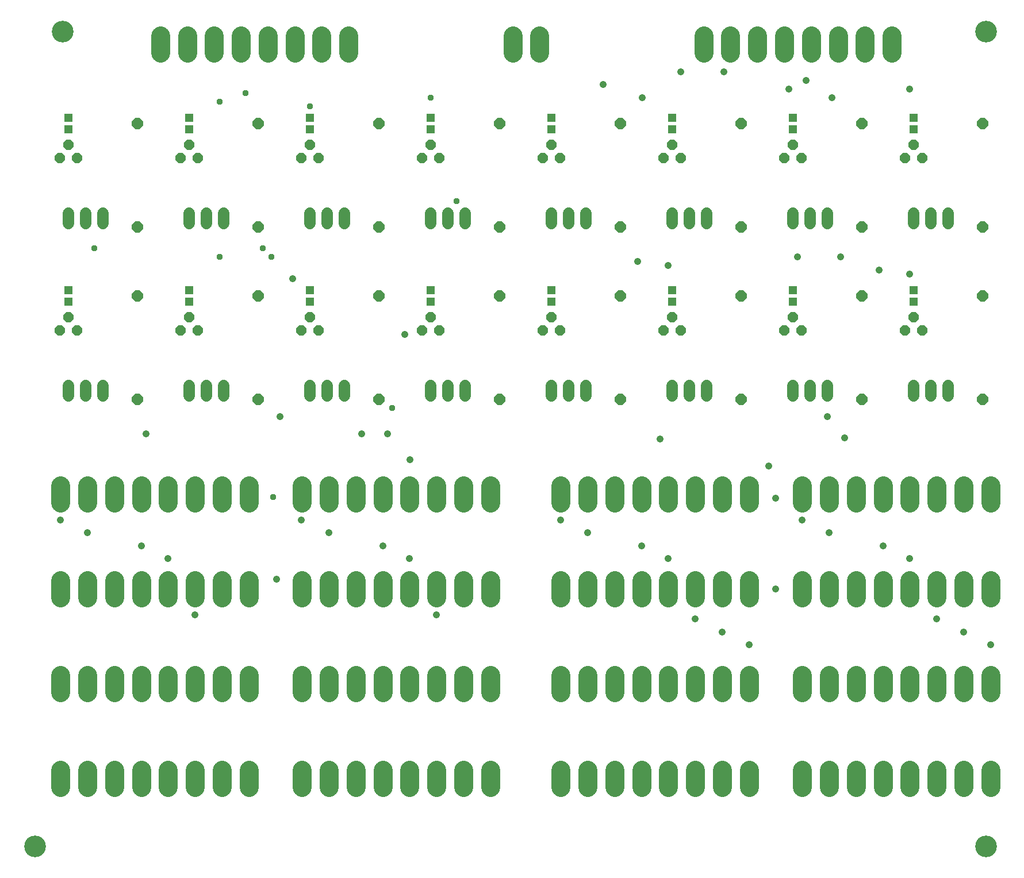
<source format=gbr>
G04 EAGLE Gerber RS-274X export*
G75*
%MOMM*%
%FSLAX34Y34*%
%LPD*%
%INSoldermask Top*%
%IPPOS*%
%AMOC8*
5,1,8,0,0,1.08239X$1,22.5*%
G01*
%ADD10C,3.203200*%
%ADD11P,1.649562X8X22.500000*%
%ADD12C,1.727200*%
%ADD13R,1.303200X1.203200*%
%ADD14P,1.759533X8X292.500000*%
%ADD15C,2.753200*%
%ADD16C,1.059600*%
%ADD17C,0.959600*%


D10*
X1451362Y1243700D03*
X91362Y1243700D03*
X51362Y43700D03*
X1451362Y43700D03*
D11*
X112962Y1057800D03*
X100262Y1076850D03*
X87562Y1057800D03*
D12*
X506662Y976520D02*
X506662Y961280D01*
X481262Y961280D02*
X481262Y976520D01*
X455862Y976520D02*
X455862Y961280D01*
D11*
X1179762Y1057800D03*
X1167062Y1076850D03*
X1154362Y1057800D03*
D12*
X1217862Y976520D02*
X1217862Y961280D01*
X1192462Y961280D02*
X1192462Y976520D01*
X1167062Y976520D02*
X1167062Y961280D01*
D11*
X646362Y1057800D03*
X633662Y1076850D03*
X620962Y1057800D03*
D12*
X684462Y976520D02*
X684462Y961280D01*
X659062Y961280D02*
X659062Y976520D01*
X633662Y976520D02*
X633662Y961280D01*
D11*
X1357562Y1057800D03*
X1344862Y1076850D03*
X1332162Y1057800D03*
D12*
X1395662Y976520D02*
X1395662Y961280D01*
X1370262Y961280D02*
X1370262Y976520D01*
X1344862Y976520D02*
X1344862Y961280D01*
D11*
X112962Y803800D03*
X100262Y822850D03*
X87562Y803800D03*
D12*
X151062Y722520D02*
X151062Y707280D01*
X125662Y707280D02*
X125662Y722520D01*
X100262Y722520D02*
X100262Y707280D01*
D11*
X824162Y803800D03*
X811462Y822850D03*
X798762Y803800D03*
D12*
X151062Y961280D02*
X151062Y976520D01*
X125662Y976520D02*
X125662Y961280D01*
X100262Y961280D02*
X100262Y976520D01*
X862262Y722520D02*
X862262Y707280D01*
X836862Y707280D02*
X836862Y722520D01*
X811462Y722520D02*
X811462Y707280D01*
D11*
X290762Y803800D03*
X278062Y822850D03*
X265362Y803800D03*
D12*
X328862Y722520D02*
X328862Y707280D01*
X303462Y707280D02*
X303462Y722520D01*
X278062Y722520D02*
X278062Y707280D01*
D11*
X1001962Y803800D03*
X989262Y822850D03*
X976562Y803800D03*
D12*
X1040062Y722520D02*
X1040062Y707280D01*
X1014662Y707280D02*
X1014662Y722520D01*
X989262Y722520D02*
X989262Y707280D01*
D11*
X468562Y803800D03*
X455862Y822850D03*
X443162Y803800D03*
D12*
X506662Y722520D02*
X506662Y707280D01*
X481262Y707280D02*
X481262Y722520D01*
X455862Y722520D02*
X455862Y707280D01*
D11*
X1179762Y803800D03*
X1167062Y822850D03*
X1154362Y803800D03*
D12*
X1217862Y722520D02*
X1217862Y707280D01*
X1192462Y707280D02*
X1192462Y722520D01*
X1167062Y722520D02*
X1167062Y707280D01*
D11*
X646362Y803800D03*
X633662Y822850D03*
X620962Y803800D03*
X824162Y1057800D03*
X811462Y1076850D03*
X798762Y1057800D03*
D12*
X684462Y722520D02*
X684462Y707280D01*
X659062Y707280D02*
X659062Y722520D01*
X633662Y722520D02*
X633662Y707280D01*
D11*
X1357562Y803800D03*
X1344862Y822850D03*
X1332162Y803800D03*
D12*
X1395662Y722520D02*
X1395662Y707280D01*
X1370262Y707280D02*
X1370262Y722520D01*
X1344862Y722520D02*
X1344862Y707280D01*
X862262Y961280D02*
X862262Y976520D01*
X836862Y976520D02*
X836862Y961280D01*
X811462Y961280D02*
X811462Y976520D01*
D11*
X290762Y1057800D03*
X278062Y1076850D03*
X265362Y1057800D03*
D12*
X328862Y976520D02*
X328862Y961280D01*
X303462Y961280D02*
X303462Y976520D01*
X278062Y976520D02*
X278062Y961280D01*
D11*
X1001962Y1057800D03*
X989262Y1076850D03*
X976562Y1057800D03*
D12*
X1040062Y976520D02*
X1040062Y961280D01*
X1014662Y961280D02*
X1014662Y976520D01*
X989262Y976520D02*
X989262Y961280D01*
D11*
X468562Y1057800D03*
X455862Y1076850D03*
X443162Y1057800D03*
D13*
X100262Y1117100D03*
X100262Y1100100D03*
D14*
X557462Y1108600D03*
X557462Y956200D03*
D13*
X1167062Y1117100D03*
X1167062Y1100100D03*
D14*
X1268662Y1108600D03*
X1268662Y956200D03*
D13*
X633662Y1117100D03*
X633662Y1100100D03*
D14*
X735262Y1108600D03*
X735262Y956200D03*
D13*
X1344862Y1117100D03*
X1344862Y1100100D03*
D14*
X1446462Y1108600D03*
X1446462Y956200D03*
D13*
X100262Y863100D03*
X100262Y846100D03*
D14*
X201862Y854600D03*
X201862Y702200D03*
D13*
X811462Y863100D03*
X811462Y846100D03*
D14*
X201862Y1108600D03*
X201862Y956200D03*
X913062Y854600D03*
X913062Y702200D03*
D13*
X278062Y863100D03*
X278062Y846100D03*
D14*
X379662Y854600D03*
X379662Y702200D03*
D13*
X989262Y863100D03*
X989262Y846100D03*
D14*
X1090862Y854600D03*
X1090862Y702200D03*
D13*
X455862Y863100D03*
X455862Y846100D03*
D14*
X557462Y854600D03*
X557462Y702200D03*
D13*
X1167062Y863100D03*
X1167062Y846100D03*
D14*
X1268662Y854600D03*
X1268662Y702200D03*
D13*
X633662Y863100D03*
X633662Y846100D03*
X811462Y1117100D03*
X811462Y1100100D03*
D14*
X735262Y854600D03*
X735262Y702200D03*
D13*
X1344862Y863100D03*
X1344862Y846100D03*
D14*
X1446462Y854600D03*
X1446462Y702200D03*
X913062Y1108600D03*
X913062Y956200D03*
D13*
X278062Y1117100D03*
X278062Y1100100D03*
D14*
X379662Y1108600D03*
X379662Y956200D03*
D13*
X989262Y1117100D03*
X989262Y1100100D03*
D14*
X1090862Y1108600D03*
X1090862Y956200D03*
D13*
X455862Y1117100D03*
X455862Y1100100D03*
D15*
X235462Y1212750D02*
X235462Y1238250D01*
X275062Y1238250D02*
X275062Y1212750D01*
X314662Y1212750D02*
X314662Y1238250D01*
X354262Y1238250D02*
X354262Y1212750D01*
X393862Y1212750D02*
X393862Y1238250D01*
X433462Y1238250D02*
X433462Y1212750D01*
X473062Y1212750D02*
X473062Y1238250D01*
X512662Y1238250D02*
X512662Y1212750D01*
X1035462Y1212750D02*
X1035462Y1238250D01*
X1075062Y1238250D02*
X1075062Y1212750D01*
X1114662Y1212750D02*
X1114662Y1238250D01*
X1154262Y1238250D02*
X1154262Y1212750D01*
X1193862Y1212750D02*
X1193862Y1238250D01*
X1233462Y1238250D02*
X1233462Y1212750D01*
X1273062Y1212750D02*
X1273062Y1238250D01*
X1312662Y1238250D02*
X1312662Y1212750D01*
X1180862Y575250D02*
X1180862Y549750D01*
X1220462Y549750D02*
X1220462Y575250D01*
X1260062Y575250D02*
X1260062Y549750D01*
X1299662Y549750D02*
X1299662Y575250D01*
X1339262Y575250D02*
X1339262Y549750D01*
X1378862Y549750D02*
X1378862Y575250D01*
X1418462Y575250D02*
X1418462Y549750D01*
X1458062Y549750D02*
X1458062Y575250D01*
X1180862Y435550D02*
X1180862Y410050D01*
X1220462Y410050D02*
X1220462Y435550D01*
X1260062Y435550D02*
X1260062Y410050D01*
X1299662Y410050D02*
X1299662Y435550D01*
X1339262Y435550D02*
X1339262Y410050D01*
X1378862Y410050D02*
X1378862Y435550D01*
X1418462Y435550D02*
X1418462Y410050D01*
X1458062Y410050D02*
X1458062Y435550D01*
X1180862Y295850D02*
X1180862Y270350D01*
X1220462Y270350D02*
X1220462Y295850D01*
X1260062Y295850D02*
X1260062Y270350D01*
X1299662Y270350D02*
X1299662Y295850D01*
X1339262Y295850D02*
X1339262Y270350D01*
X1378862Y270350D02*
X1378862Y295850D01*
X1418462Y295850D02*
X1418462Y270350D01*
X1458062Y270350D02*
X1458062Y295850D01*
X1180862Y156150D02*
X1180862Y130650D01*
X1220462Y130650D02*
X1220462Y156150D01*
X1260062Y156150D02*
X1260062Y130650D01*
X1299662Y130650D02*
X1299662Y156150D01*
X1339262Y156150D02*
X1339262Y130650D01*
X1378862Y130650D02*
X1378862Y156150D01*
X1418462Y156150D02*
X1418462Y130650D01*
X1458062Y130650D02*
X1458062Y156150D01*
X825262Y156150D02*
X825262Y130650D01*
X864862Y130650D02*
X864862Y156150D01*
X904462Y156150D02*
X904462Y130650D01*
X944062Y130650D02*
X944062Y156150D01*
X983662Y156150D02*
X983662Y130650D01*
X1023262Y130650D02*
X1023262Y156150D01*
X1062862Y156150D02*
X1062862Y130650D01*
X1102462Y130650D02*
X1102462Y156150D01*
X825262Y270350D02*
X825262Y295850D01*
X864862Y295850D02*
X864862Y270350D01*
X904462Y270350D02*
X904462Y295850D01*
X944062Y295850D02*
X944062Y270350D01*
X983662Y270350D02*
X983662Y295850D01*
X1023262Y295850D02*
X1023262Y270350D01*
X1062862Y270350D02*
X1062862Y295850D01*
X1102462Y295850D02*
X1102462Y270350D01*
X825262Y410050D02*
X825262Y435550D01*
X864862Y435550D02*
X864862Y410050D01*
X904462Y410050D02*
X904462Y435550D01*
X944062Y435550D02*
X944062Y410050D01*
X983662Y410050D02*
X983662Y435550D01*
X1023262Y435550D02*
X1023262Y410050D01*
X1062862Y410050D02*
X1062862Y435550D01*
X1102462Y435550D02*
X1102462Y410050D01*
X825262Y549750D02*
X825262Y575250D01*
X864862Y575250D02*
X864862Y549750D01*
X904462Y549750D02*
X904462Y575250D01*
X944062Y575250D02*
X944062Y549750D01*
X983662Y549750D02*
X983662Y575250D01*
X1023262Y575250D02*
X1023262Y549750D01*
X1062862Y549750D02*
X1062862Y575250D01*
X1102462Y575250D02*
X1102462Y549750D01*
X754262Y1212750D02*
X754262Y1238250D01*
X793862Y1238250D02*
X793862Y1212750D01*
X88662Y575250D02*
X88662Y549750D01*
X128262Y549750D02*
X128262Y575250D01*
X167862Y575250D02*
X167862Y549750D01*
X207462Y549750D02*
X207462Y575250D01*
X247062Y575250D02*
X247062Y549750D01*
X286662Y549750D02*
X286662Y575250D01*
X326262Y575250D02*
X326262Y549750D01*
X365862Y549750D02*
X365862Y575250D01*
X88662Y435550D02*
X88662Y410050D01*
X128262Y410050D02*
X128262Y435550D01*
X167862Y435550D02*
X167862Y410050D01*
X207462Y410050D02*
X207462Y435550D01*
X247062Y435550D02*
X247062Y410050D01*
X286662Y410050D02*
X286662Y435550D01*
X326262Y435550D02*
X326262Y410050D01*
X365862Y410050D02*
X365862Y435550D01*
X88662Y295850D02*
X88662Y270350D01*
X128262Y270350D02*
X128262Y295850D01*
X167862Y295850D02*
X167862Y270350D01*
X207462Y270350D02*
X207462Y295850D01*
X247062Y295850D02*
X247062Y270350D01*
X286662Y270350D02*
X286662Y295850D01*
X326262Y295850D02*
X326262Y270350D01*
X365862Y270350D02*
X365862Y295850D01*
X88662Y156150D02*
X88662Y130650D01*
X128262Y130650D02*
X128262Y156150D01*
X167862Y156150D02*
X167862Y130650D01*
X207462Y130650D02*
X207462Y156150D01*
X247062Y156150D02*
X247062Y130650D01*
X286662Y130650D02*
X286662Y156150D01*
X326262Y156150D02*
X326262Y130650D01*
X365862Y130650D02*
X365862Y156150D01*
X444262Y156150D02*
X444262Y130650D01*
X483862Y130650D02*
X483862Y156150D01*
X523462Y156150D02*
X523462Y130650D01*
X563062Y130650D02*
X563062Y156150D01*
X602662Y156150D02*
X602662Y130650D01*
X642262Y130650D02*
X642262Y156150D01*
X681862Y156150D02*
X681862Y130650D01*
X721462Y130650D02*
X721462Y156150D01*
X444262Y270350D02*
X444262Y295850D01*
X483862Y295850D02*
X483862Y270350D01*
X523462Y270350D02*
X523462Y295850D01*
X563062Y295850D02*
X563062Y270350D01*
X602662Y270350D02*
X602662Y295850D01*
X642262Y295850D02*
X642262Y270350D01*
X681862Y270350D02*
X681862Y295850D01*
X721462Y295850D02*
X721462Y270350D01*
X444262Y410050D02*
X444262Y435550D01*
X483862Y435550D02*
X483862Y410050D01*
X523462Y410050D02*
X523462Y435550D01*
X563062Y435550D02*
X563062Y410050D01*
X602662Y410050D02*
X602662Y435550D01*
X642262Y435550D02*
X642262Y410050D01*
X681862Y410050D02*
X681862Y435550D01*
X721462Y435550D02*
X721462Y410050D01*
X444262Y549750D02*
X444262Y575250D01*
X483862Y575250D02*
X483862Y549750D01*
X523462Y549750D02*
X523462Y575250D01*
X563062Y575250D02*
X563062Y549750D01*
X602662Y549750D02*
X602662Y575250D01*
X642262Y575250D02*
X642262Y549750D01*
X681862Y549750D02*
X681862Y575250D01*
X721462Y575250D02*
X721462Y549750D01*
D16*
X1131362Y603700D03*
X1141662Y422800D03*
X1141662Y556150D03*
X406912Y437350D03*
X532062Y651400D03*
X603062Y613300D03*
D17*
X576512Y689500D03*
X671762Y994300D03*
X402000Y558000D03*
D16*
X1338512Y886350D03*
X1294062Y892700D03*
X443162Y524400D03*
X88662Y524400D03*
X1102462Y340250D03*
X1458062Y340250D03*
X483862Y505350D03*
X128262Y505350D03*
D17*
X455862Y1134000D03*
X322512Y1140350D03*
D16*
X411412Y676800D03*
X430462Y880000D03*
X214562Y651400D03*
X1180862Y524400D03*
X825262Y524400D03*
X864862Y505350D03*
X1220462Y505350D03*
X1065462Y1184800D03*
X1001962Y1184800D03*
X971362Y643700D03*
X1243262Y645050D03*
X1160712Y1159400D03*
X1338512Y1159400D03*
D17*
X360612Y1153050D03*
X633662Y1146700D03*
D16*
X595562Y797450D03*
X570162Y651400D03*
X563062Y486300D03*
X207462Y486300D03*
X602662Y467250D03*
X247062Y467250D03*
D17*
X386012Y924450D03*
X138362Y924450D03*
X398712Y911750D03*
X322512Y911750D03*
D16*
X286662Y384700D03*
X642262Y384700D03*
X887662Y1165750D03*
X1186112Y1172100D03*
X983662Y467250D03*
X1339262Y467250D03*
X1224212Y1146700D03*
X944812Y1146700D03*
X982912Y899050D03*
X938462Y905400D03*
X1378862Y378350D03*
X1023262Y378350D03*
X1173412Y911750D03*
X1236912Y911750D03*
X1418462Y359300D03*
X1062862Y359300D03*
X1299662Y486300D03*
X944062Y486300D03*
X1217862Y676800D03*
M02*

</source>
